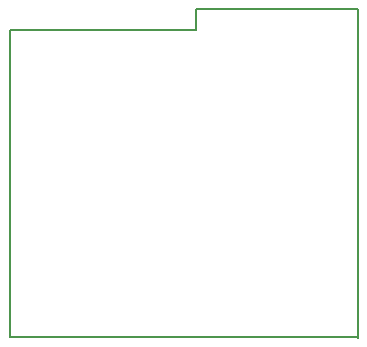
<source format=gm1>
G04 #@! TF.GenerationSoftware,KiCad,Pcbnew,(5.0.2)-1*
G04 #@! TF.CreationDate,2019-06-03T11:30:13-05:00*
G04 #@! TF.ProjectId,ppg,7070672e-6b69-4636-9164-5f7063625858,V01*
G04 #@! TF.SameCoordinates,Original*
G04 #@! TF.FileFunction,Profile,NP*
%FSLAX46Y46*%
G04 Gerber Fmt 4.6, Leading zero omitted, Abs format (unit mm)*
G04 Created by KiCad (PCBNEW (5.0.2)-1) date 6/3/2019 11:30:13 AM*
%MOMM*%
%LPD*%
G01*
G04 APERTURE LIST*
%ADD10C,0.200000*%
%ADD11C,0.150000*%
G04 APERTURE END LIST*
D10*
X121666000Y-93726000D02*
X121666000Y-91948000D01*
X105918000Y-93726000D02*
X121666000Y-93726000D01*
D11*
X105900000Y-119740000D02*
X105900000Y-93726000D01*
X135390000Y-119740000D02*
X105900000Y-119740000D01*
X135390000Y-91948000D02*
X135390000Y-119770000D01*
X121666000Y-91948000D02*
X135390000Y-91948000D01*
M02*

</source>
